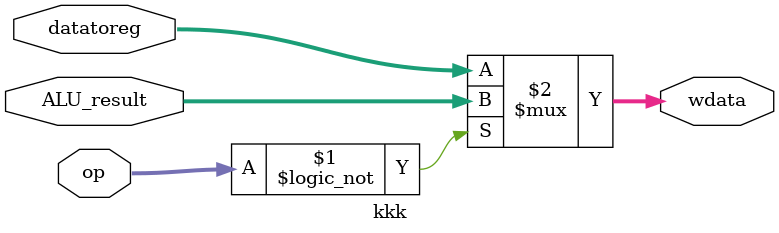
<source format=v>
`timescale 1ns / 1ps


module kkk(
    input [2:0] op,
    input [31:0] datatoreg,
    input [31:0] ALU_result,
    output [31:0] wdata
);

assign wdata = (op == 3'b0) ? ALU_result : datatoreg;

endmodule

</source>
